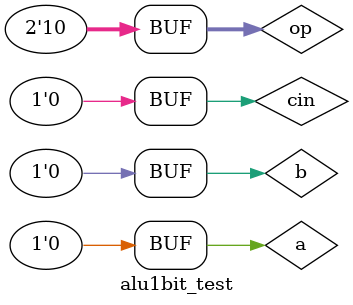
<source format=sv>
module alu1bit_test;

logic a;
logic b;
logic cin;
logic [1:0] op;
logic s;
logic cout;

alu1bit alu1bit(.a(a), .b(b), .cin(cin), .op(op), .s(s), .cout(cout));

initial begin
    a = 1'b0;
    b = 1'b0;
    cin = 1'b0;
    op = {2'b10};

    #90;
    
    a = 1'b1;
    b = 1'b0;
    cin = 1'b0;
    op = {2'b10};

    #66;
    
    a = 1'b0;
    b = 1'b0;
    cin = 1'b0;
    op = {2'b10};

    #62;
end

endmodule

</source>
